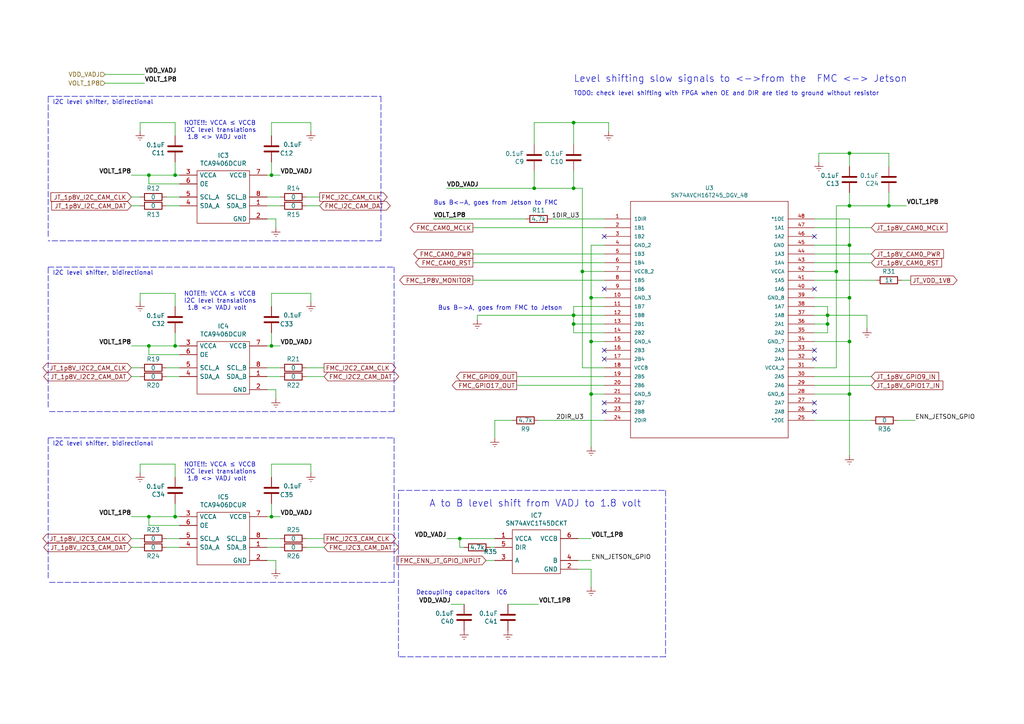
<source format=kicad_sch>
(kicad_sch (version 20211123) (generator eeschema)
  (paper "A4")
  (lib_symbols
    (symbol "FMC_MIPI_v2:C" (pin_numbers hide) (pin_names (offset 0.254))
      (property "Reference" "C" (at 0.635 2.54 0))
      (property "Value" "C" (at 0.635 -2.54 0))
      (symbol "C_0_1"
        (polyline (pts (xy -2.032 -0.762) (xy 2.032 -0.762)) (stroke (width 0.508)))
        (polyline (pts (xy -2.032 0.762) (xy 2.032 0.762)) (stroke (width 0.508)))
      )
      (symbol "C_1_1"
        (pin passive line (at 0 3.81 270) (length 2.794) (name "~") (number "1"))
        (pin passive line (at 0 -3.81 90) (length 2.794) (name "~") (number "2"))
      )
    )
    (symbol "FMC_MIPI_v2:Earth" (power) (pin_names (offset 0))
      (symbol "Earth_0_1"
        (polyline (pts (xy -0.635 -1.905) (xy 0.635 -1.905)))
        (polyline (pts (xy -0.127 -2.54) (xy 0.127 -2.54)))
        (polyline (pts (xy 0 -1.27) (xy 0 0)))
        (polyline (pts (xy 1.27 -1.27) (xy -1.27 -1.27)))
      )
      (symbol "Earth_1_1"
        (pin passive line (at 0 0 270) (length 0) hide (name "Earth") (number "1"))
      )
    )
    (symbol "FMC_MIPI_v2:R" (pin_numbers hide) (pin_names (offset 0))
      (property "Reference" "R" (at 2.032 0 90))
      (property "Value" "R" (at 0 0 90))
      (symbol "R_0_1"
        (rectangle (start -1.016 -2.54) (end 1.016 2.54) (stroke (width 0.254)))
      )
      (symbol "R_1_1"
        (pin passive line (at 0 3.81 270) (length 1.27) (name "~") (number "1"))
        (pin passive line (at 0 -3.81 90) (length 1.27) (name "~") (number "2"))
      )
    )
    (symbol "FMC_MIPI_v2:SN74AVC1T45DCKT" (pin_names (offset 0.762))
      (property "Reference" "IC" (at 24.13 7.62 0))
      (property "Value" "SN74AVC1T45DCKT" (at 24.13 5.08 0))
      (symbol "SN74AVC1T45DCKT_0_0"
        (pin passive line (at 3.81 0 0) (length 5.08) (name "VCCA") (number "1"))
        (pin passive line (at 27.94 -8.89 180) (length 5.08) (name "GND") (number "2"))
        (pin passive line (at 3.81 -6.35 0) (length 5.08) (name "A") (number "3"))
        (pin passive line (at 27.94 -6.35 180) (length 5.08) (name "B") (number "4"))
        (pin passive line (at 3.81 -2.54 0) (length 5.08) (name "DIR") (number "5"))
        (pin passive line (at 27.94 0 180) (length 5.08) (name "VCCB") (number "6"))
      )
      (symbol "SN74AVC1T45DCKT_0_1"
        (polyline (pts (xy 8.89 2.54) (xy 22.86 2.54) (xy 22.86 -10.16) (xy 15.24 -10.16) (xy 8.89 -10.16) (xy 8.89 2.54)) (stroke (width 0.1524)))
      )
    )
    (symbol "FMC_MIPI_v2:SN74AVCH16T245_DGV_48" (pin_names (offset 1.016))
      (property "Reference" "U" (at 25.7556 9.1186 0))
      (property "Value" "SN74AVCH16T245_DGV_48" (at 25.1206 6.5786 0))
      (symbol "SN74AVCH16T245_DGV_48_1_0"
        (polyline (pts (xy 7.62 -63.5) (xy 53.34 -63.5)))
        (polyline (pts (xy 7.62 5.08) (xy 7.62 -63.5)))
        (polyline (pts (xy 53.34 -63.5) (xy 53.34 5.08)))
        (polyline (pts (xy 53.34 5.08) (xy 7.62 5.08)))
      )
      (symbol "SN74AVCH16T245_DGV_48_1_1"
        (pin input line (at 0 0 0) (length 7.62) (name "1DIR") (number "1"))
        (pin bidirectional line (at 0 -22.86 0) (length 7.62) (name "GND_3") (number "10"))
        (pin bidirectional line (at 0 -25.4 0) (length 7.62) (name "1B7") (number "11"))
        (pin bidirectional line (at 0 -27.94 0) (length 7.62) (name "1B8") (number "12"))
        (pin bidirectional line (at 0 -30.48 0) (length 7.62) (name "2B1") (number "13"))
        (pin bidirectional line (at 0 -33.02 0) (length 7.62) (name "2B2") (number "14"))
        (pin bidirectional line (at 0 -35.56 0) (length 7.62) (name "GND_4") (number "15"))
        (pin bidirectional line (at 0 -38.1 0) (length 7.62) (name "2B3") (number "16"))
        (pin bidirectional line (at 0 -40.64 0) (length 7.62) (name "2B4") (number "17"))
        (pin power_in line (at 0 -43.18 0) (length 7.62) (name "VCCB") (number "18"))
        (pin bidirectional line (at 0 -45.72 0) (length 7.62) (name "2B5") (number "19"))
        (pin bidirectional line (at 0 -2.54 0) (length 7.62) (name "1B1") (number "2"))
        (pin bidirectional line (at 0 -48.26 0) (length 7.62) (name "2B6") (number "20"))
        (pin bidirectional line (at 0 -50.8 0) (length 7.62) (name "GND_5") (number "21"))
        (pin bidirectional line (at 0 -53.34 0) (length 7.62) (name "2B7") (number "22"))
        (pin bidirectional line (at 0 -55.88 0) (length 7.62) (name "2B8") (number "23"))
        (pin input line (at 0 -58.42 0) (length 7.62) (name "2DIR") (number "24"))
        (pin input line (at 60.96 -58.42 180) (length 7.62) (name "*2OE") (number "25"))
        (pin bidirectional line (at 60.96 -55.88 180) (length 7.62) (name "2A8") (number "26"))
        (pin bidirectional line (at 60.96 -53.34 180) (length 7.62) (name "2A7") (number "27"))
        (pin bidirectional line (at 60.96 -50.8 180) (length 7.62) (name "GND_6") (number "28"))
        (pin bidirectional line (at 60.96 -48.26 180) (length 7.62) (name "2A6") (number "29"))
        (pin bidirectional line (at 0 -5.08 0) (length 7.62) (name "1B2") (number "3"))
        (pin bidirectional line (at 60.96 -45.72 180) (length 7.62) (name "2A5") (number "30"))
        (pin power_in line (at 60.96 -43.18 180) (length 7.62) (name "VCCA_2") (number "31"))
        (pin bidirectional line (at 60.96 -40.64 180) (length 7.62) (name "2A4") (number "32"))
        (pin bidirectional line (at 60.96 -38.1 180) (length 7.62) (name "2A3") (number "33"))
        (pin bidirectional line (at 60.96 -35.56 180) (length 7.62) (name "GND_7") (number "34"))
        (pin bidirectional line (at 60.96 -33.02 180) (length 7.62) (name "2A2") (number "35"))
        (pin bidirectional line (at 60.96 -30.48 180) (length 7.62) (name "2A1") (number "36"))
        (pin bidirectional line (at 60.96 -27.94 180) (length 7.62) (name "1A8") (number "37"))
        (pin bidirectional line (at 60.96 -25.4 180) (length 7.62) (name "1A7") (number "38"))
        (pin bidirectional line (at 60.96 -22.86 180) (length 7.62) (name "GND_8") (number "39"))
        (pin bidirectional line (at 0 -7.62 0) (length 7.62) (name "GND_2") (number "4"))
        (pin bidirectional line (at 60.96 -20.32 180) (length 7.62) (name "1A6") (number "40"))
        (pin bidirectional line (at 60.96 -17.78 180) (length 7.62) (name "1A5") (number "41"))
        (pin power_in line (at 60.96 -15.24 180) (length 7.62) (name "VCCA") (number "42"))
        (pin bidirectional line (at 60.96 -12.7 180) (length 7.62) (name "1A4") (number "43"))
        (pin bidirectional line (at 60.96 -10.16 180) (length 7.62) (name "1A3") (number "44"))
        (pin bidirectional line (at 60.96 -7.62 180) (length 7.62) (name "GND") (number "45"))
        (pin bidirectional line (at 60.96 -5.08 180) (length 7.62) (name "1A2") (number "46"))
        (pin bidirectional line (at 60.96 -2.54 180) (length 7.62) (name "1A1") (number "47"))
        (pin input line (at 60.96 0 180) (length 7.62) (name "*1OE") (number "48"))
        (pin bidirectional line (at 0 -10.16 0) (length 7.62) (name "1B3") (number "5"))
        (pin bidirectional line (at 0 -12.7 0) (length 7.62) (name "1B4") (number "6"))
        (pin power_in line (at 0 -15.24 0) (length 7.62) (name "VCCB_2") (number "7"))
        (pin bidirectional line (at 0 -17.78 0) (length 7.62) (name "1B5") (number "8"))
        (pin bidirectional line (at 0 -20.32 0) (length 7.62) (name "1B6") (number "9"))
      )
    )
    (symbol "FMC_MIPI_v2:TCA9406DCUR" (pin_names (offset 0.762))
      (property "Reference" "IC" (at 26.67 7.62 0))
      (property "Value" "TCA9406DCUR" (at 26.67 5.08 0))
      (symbol "TCA9406DCUR_0_0"
        (pin passive line (at 30.48 -7.62 180) (length 5.08) (name "SDA_B") (number "1"))
        (pin passive line (at 30.48 -11.43 180) (length 5.08) (name "GND") (number "2"))
        (pin passive line (at 5.08 1.27 0) (length 5.08) (name "VCCA") (number "3"))
        (pin passive line (at 5.08 -7.62 0) (length 5.08) (name "SDA_A") (number "4"))
        (pin passive line (at 5.08 -5.08 0) (length 5.08) (name "SCL_A") (number "5"))
        (pin passive line (at 5.08 -1.27 0) (length 5.08) (name "OE") (number "6"))
        (pin passive line (at 30.48 1.27 180) (length 5.08) (name "VCCB") (number "7"))
        (pin passive line (at 30.48 -5.08 180) (length 5.08) (name "SCL_B") (number "8"))
      )
      (symbol "TCA9406DCUR_0_1"
        (polyline (pts (xy 10.16 2.54) (xy 25.4 2.54) (xy 25.4 -12.7) (xy 15.24 -12.7) (xy 10.16 -12.7) (xy 10.16 2.54)) (stroke (width 0.1524)))
      )
    )
  )
  (junction (at 171.45 86.36))
  (junction (at 166.37 91.44))
  (junction (at 166.37 35.56))
  (junction (at 246.38 86.36))
  (junction (at 240.03 91.44))
  (junction (at 257.81 59.69))
  (junction (at 154.94 54.61))
  (junction (at 240.03 93.98))
  (junction (at 50.8 100.33))
  (junction (at 78.74 50.8))
  (junction (at 50.8 50.8))
  (junction (at 78.74 149.86))
  (junction (at 246.38 44.45))
  (junction (at 246.38 114.3))
  (junction (at 50.8 149.86))
  (junction (at 43.18 100.33))
  (junction (at 133.35 156.21))
  (junction (at 171.45 114.3))
  (junction (at 166.37 54.61))
  (junction (at 78.74 100.33))
  (junction (at 246.38 59.69))
  (junction (at 246.38 71.12))
  (junction (at 246.38 99.06))
  (junction (at 171.45 99.06))
  (junction (at 43.18 149.86))
  (junction (at 168.91 78.74))
  (junction (at 242.57 78.74))
  (junction (at 166.37 93.98))
  (junction (at 43.18 50.8))
  (no_connect (at 236.22 83.82))
  (no_connect (at 175.26 104.14))
  (no_connect (at 236.22 104.14))
  (no_connect (at 236.22 116.84))
  (no_connect (at 236.22 68.58))
  (no_connect (at 175.26 68.58))
  (no_connect (at 236.22 119.38))
  (no_connect (at 175.26 119.38))
  (no_connect (at 175.26 83.82))
  (no_connect (at 175.26 101.6))
  (no_connect (at 175.26 116.84))
  (no_connect (at 236.22 101.6))
  (wire (pts (xy 154.94 49.53) (xy 154.94 54.61)))
  (wire (pts (xy 78.74 88.9) (xy 78.74 85.09)))
  (wire (pts (xy 78.74 134.62) (xy 90.17 134.62)))
  (wire (pts (xy 78.74 100.33) (xy 81.28 100.33)))
  (polyline (pts (xy 13.97 77.47) (xy 114.3 77.47)))
  (wire (pts (xy 152.4 63.5) (xy 125.73 63.5)))
  (wire (pts (xy 90.17 35.56) (xy 90.17 38.1)))
  (polyline (pts (xy 115.57 190.5) (xy 115.57 142.24)))
  (wire (pts (xy 166.37 93.98) (xy 166.37 96.52)))
  (polyline (pts (xy 110.49 69.85) (xy 13.97 69.85)))
  (wire (pts (xy 175.26 106.68) (xy 168.91 106.68)))
  (polyline (pts (xy 110.49 27.94) (xy 110.49 69.85)))
  (wire (pts (xy 242.57 106.68) (xy 242.57 78.74)))
  (wire (pts (xy 133.35 156.21) (xy 143.51 156.21)))
  (wire (pts (xy 240.03 96.52) (xy 236.22 96.52)))
  (wire (pts (xy 246.38 59.69) (xy 242.57 59.69)))
  (wire (pts (xy 171.45 71.12) (xy 171.45 86.36)))
  (wire (pts (xy 77.47 162.56) (xy 80.01 162.56)))
  (wire (pts (xy 236.22 71.12) (xy 246.38 71.12)))
  (wire (pts (xy 137.16 81.28) (xy 175.26 81.28)))
  (wire (pts (xy 171.45 99.06) (xy 171.45 114.3)))
  (wire (pts (xy 142.24 158.75) (xy 143.51 158.75)))
  (wire (pts (xy 246.38 55.88) (xy 246.38 59.69)))
  (wire (pts (xy 38.1 156.21) (xy 40.64 156.21)))
  (wire (pts (xy 43.18 53.34) (xy 43.18 50.8)))
  (wire (pts (xy 246.38 44.45) (xy 257.81 44.45)))
  (polyline (pts (xy 13.97 27.94) (xy 110.49 27.94)))
  (wire (pts (xy 88.9 158.75) (xy 93.98 158.75)))
  (wire (pts (xy 246.38 114.3) (xy 246.38 132.08)))
  (wire (pts (xy 175.26 114.3) (xy 171.45 114.3)))
  (wire (pts (xy 48.26 59.69) (xy 52.07 59.69)))
  (wire (pts (xy 43.18 50.8) (xy 50.8 50.8)))
  (wire (pts (xy 43.18 152.4) (xy 43.18 149.86)))
  (polyline (pts (xy 115.57 142.24) (xy 193.04 142.24)))
  (wire (pts (xy 133.35 158.75) (xy 133.35 156.21)))
  (wire (pts (xy 77.47 106.68) (xy 81.28 106.68)))
  (wire (pts (xy 77.47 100.33) (xy 78.74 100.33)))
  (wire (pts (xy 50.8 85.09) (xy 40.64 85.09)))
  (wire (pts (xy 246.38 86.36) (xy 246.38 99.06)))
  (wire (pts (xy 236.22 111.76) (xy 252.73 111.76)))
  (wire (pts (xy 149.86 111.76) (xy 175.26 111.76)))
  (wire (pts (xy 38.1 149.86) (xy 43.18 149.86)))
  (wire (pts (xy 88.9 109.22) (xy 93.98 109.22)))
  (wire (pts (xy 78.74 50.8) (xy 81.28 50.8)))
  (wire (pts (xy 78.74 39.37) (xy 78.74 35.56)))
  (wire (pts (xy 242.57 59.69) (xy 242.57 78.74)))
  (wire (pts (xy 236.22 88.9) (xy 240.03 88.9)))
  (wire (pts (xy 237.49 44.45) (xy 246.38 44.45)))
  (wire (pts (xy 48.26 57.15) (xy 52.07 57.15)))
  (wire (pts (xy 48.26 158.75) (xy 52.07 158.75)))
  (wire (pts (xy 80.01 113.03) (xy 80.01 115.57)))
  (wire (pts (xy 138.43 91.44) (xy 138.43 92.71)))
  (wire (pts (xy 168.91 78.74) (xy 168.91 106.68)))
  (wire (pts (xy 90.17 134.62) (xy 90.17 137.16)))
  (wire (pts (xy 175.26 71.12) (xy 171.45 71.12)))
  (wire (pts (xy 50.8 88.9) (xy 50.8 85.09)))
  (wire (pts (xy 175.26 93.98) (xy 166.37 93.98)))
  (polyline (pts (xy 193.04 142.24) (xy 193.04 190.5)))
  (wire (pts (xy 167.64 162.56) (xy 171.45 162.56)))
  (wire (pts (xy 236.22 109.22) (xy 252.73 109.22)))
  (wire (pts (xy 240.03 91.44) (xy 251.46 91.44)))
  (wire (pts (xy 77.47 149.86) (xy 78.74 149.86)))
  (wire (pts (xy 260.35 121.92) (xy 265.43 121.92)))
  (wire (pts (xy 246.38 71.12) (xy 246.38 86.36)))
  (wire (pts (xy 88.9 57.15) (xy 92.71 57.15)))
  (wire (pts (xy 175.26 88.9) (xy 166.37 88.9)))
  (wire (pts (xy 38.1 158.75) (xy 40.64 158.75)))
  (wire (pts (xy 166.37 49.53) (xy 166.37 54.61)))
  (wire (pts (xy 166.37 91.44) (xy 166.37 93.98)))
  (wire (pts (xy 30.48 24.13) (xy 41.91 24.13)))
  (wire (pts (xy 77.47 63.5) (xy 80.01 63.5)))
  (wire (pts (xy 143.51 121.92) (xy 143.51 127)))
  (wire (pts (xy 78.74 96.52) (xy 78.74 100.33)))
  (wire (pts (xy 246.38 63.5) (xy 246.38 71.12)))
  (wire (pts (xy 171.45 114.3) (xy 171.45 129.54)))
  (polyline (pts (xy 13.97 68.58) (xy 13.97 27.94)))
  (wire (pts (xy 50.8 39.37) (xy 50.8 35.56)))
  (wire (pts (xy 48.26 109.22) (xy 52.07 109.22)))
  (wire (pts (xy 236.22 114.3) (xy 246.38 114.3)))
  (wire (pts (xy 148.59 121.92) (xy 143.51 121.92)))
  (wire (pts (xy 77.47 158.75) (xy 81.28 158.75)))
  (polyline (pts (xy 114.3 168.91) (xy 13.97 168.91)))
  (wire (pts (xy 140.97 162.56) (xy 143.51 162.56)))
  (polyline (pts (xy 13.97 167.64) (xy 13.97 127)))
  (wire (pts (xy 90.17 85.09) (xy 90.17 87.63)))
  (wire (pts (xy 40.64 134.62) (xy 40.64 137.16)))
  (wire (pts (xy 166.37 54.61) (xy 168.91 54.61)))
  (wire (pts (xy 236.22 73.66) (xy 252.73 73.66)))
  (wire (pts (xy 261.62 81.28) (xy 264.16 81.28)))
  (wire (pts (xy 240.03 93.98) (xy 240.03 96.52)))
  (wire (pts (xy 236.22 93.98) (xy 240.03 93.98)))
  (wire (pts (xy 77.47 109.22) (xy 81.28 109.22)))
  (wire (pts (xy 130.81 175.26) (xy 134.62 175.26)))
  (wire (pts (xy 246.38 99.06) (xy 246.38 114.3)))
  (wire (pts (xy 38.1 109.22) (xy 40.64 109.22)))
  (wire (pts (xy 43.18 100.33) (xy 50.8 100.33)))
  (wire (pts (xy 50.8 46.99) (xy 50.8 50.8)))
  (wire (pts (xy 129.54 54.61) (xy 154.94 54.61)))
  (wire (pts (xy 175.26 91.44) (xy 166.37 91.44)))
  (wire (pts (xy 175.26 76.2) (xy 137.16 76.2)))
  (wire (pts (xy 149.86 109.22) (xy 175.26 109.22)))
  (wire (pts (xy 257.81 44.45) (xy 257.81 48.26)))
  (wire (pts (xy 237.49 46.99) (xy 237.49 44.45)))
  (wire (pts (xy 166.37 91.44) (xy 138.43 91.44)))
  (wire (pts (xy 52.07 152.4) (xy 43.18 152.4)))
  (polyline (pts (xy 114.3 119.38) (xy 13.97 119.38)))
  (wire (pts (xy 77.47 50.8) (xy 78.74 50.8)))
  (wire (pts (xy 251.46 91.44) (xy 251.46 95.25)))
  (wire (pts (xy 38.1 50.8) (xy 43.18 50.8)))
  (wire (pts (xy 171.45 165.1) (xy 171.45 170.18)))
  (wire (pts (xy 78.74 46.99) (xy 78.74 50.8)))
  (polyline (pts (xy 13.97 127) (xy 114.3 127)))
  (wire (pts (xy 43.18 102.87) (xy 43.18 100.33)))
  (wire (pts (xy 77.47 156.21) (xy 81.28 156.21)))
  (wire (pts (xy 77.47 59.69) (xy 81.28 59.69)))
  (wire (pts (xy 50.8 50.8) (xy 52.07 50.8)))
  (wire (pts (xy 52.07 53.34) (xy 43.18 53.34)))
  (polyline (pts (xy 114.3 77.47) (xy 114.3 119.38)))
  (wire (pts (xy 40.64 35.56) (xy 40.64 38.1)))
  (wire (pts (xy 236.22 121.92) (xy 252.73 121.92)))
  (polyline (pts (xy 13.97 118.11) (xy 13.97 77.47)))
  (wire (pts (xy 236.22 86.36) (xy 246.38 86.36)))
  (wire (pts (xy 88.9 59.69) (xy 92.71 59.69)))
  (wire (pts (xy 38.1 100.33) (xy 43.18 100.33)))
  (wire (pts (xy 137.16 73.66) (xy 175.26 73.66)))
  (wire (pts (xy 168.91 54.61) (xy 168.91 78.74)))
  (wire (pts (xy 167.64 165.1) (xy 171.45 165.1)))
  (wire (pts (xy 236.22 99.06) (xy 246.38 99.06)))
  (wire (pts (xy 50.8 35.56) (xy 40.64 35.56)))
  (wire (pts (xy 262.89 59.69) (xy 257.81 59.69)))
  (wire (pts (xy 171.45 86.36) (xy 171.45 99.06)))
  (wire (pts (xy 48.26 156.21) (xy 52.07 156.21)))
  (wire (pts (xy 240.03 91.44) (xy 240.03 93.98)))
  (wire (pts (xy 40.64 85.09) (xy 40.64 87.63)))
  (wire (pts (xy 77.47 113.03) (xy 80.01 113.03)))
  (wire (pts (xy 38.1 59.69) (xy 40.64 59.69)))
  (wire (pts (xy 176.53 35.56) (xy 176.53 38.1)))
  (wire (pts (xy 137.16 66.04) (xy 175.26 66.04)))
  (wire (pts (xy 38.1 57.15) (xy 40.64 57.15)))
  (wire (pts (xy 168.91 78.74) (xy 175.26 78.74)))
  (wire (pts (xy 236.22 76.2) (xy 252.73 76.2)))
  (wire (pts (xy 246.38 48.26) (xy 246.38 44.45)))
  (wire (pts (xy 236.22 91.44) (xy 240.03 91.44)))
  (wire (pts (xy 154.94 54.61) (xy 166.37 54.61)))
  (wire (pts (xy 236.22 106.68) (xy 242.57 106.68)))
  (wire (pts (xy 30.48 21.59) (xy 41.91 21.59)))
  (wire (pts (xy 50.8 138.43) (xy 50.8 134.62)))
  (wire (pts (xy 78.74 138.43) (xy 78.74 134.62)))
  (wire (pts (xy 154.94 41.91) (xy 154.94 35.56)))
  (wire (pts (xy 257.81 59.69) (xy 246.38 59.69)))
  (wire (pts (xy 50.8 96.52) (xy 50.8 100.33)))
  (wire (pts (xy 88.9 156.21) (xy 93.98 156.21)))
  (wire (pts (xy 78.74 35.56) (xy 90.17 35.56)))
  (wire (pts (xy 77.47 57.15) (xy 81.28 57.15)))
  (wire (pts (xy 166.37 96.52) (xy 175.26 96.52)))
  (wire (pts (xy 154.94 35.56) (xy 166.37 35.56)))
  (wire (pts (xy 175.26 99.06) (xy 171.45 99.06)))
  (wire (pts (xy 134.62 158.75) (xy 133.35 158.75)))
  (wire (pts (xy 43.18 149.86) (xy 50.8 149.86)))
  (wire (pts (xy 156.21 175.26) (xy 147.32 175.26)))
  (wire (pts (xy 50.8 134.62) (xy 40.64 134.62)))
  (wire (pts (xy 236.22 63.5) (xy 246.38 63.5)))
  (wire (pts (xy 38.1 106.68) (xy 40.64 106.68)))
  (wire (pts (xy 129.54 156.21) (xy 133.35 156.21)))
  (polyline (pts (xy 193.04 190.5) (xy 115.57 190.5)))
  (wire (pts (xy 236.22 66.04) (xy 252.73 66.04)))
  (wire (pts (xy 240.03 88.9) (xy 240.03 91.44)))
  (wire (pts (xy 257.81 55.88) (xy 257.81 59.69)))
  (wire (pts (xy 78.74 85.09) (xy 90.17 85.09)))
  (wire (pts (xy 166.37 35.56) (xy 176.53 35.56)))
  (wire (pts (xy 50.8 100.33) (xy 52.07 100.33)))
  (wire (pts (xy 160.02 63.5) (xy 175.26 63.5)))
  (wire (pts (xy 242.57 78.74) (xy 236.22 78.74)))
  (wire (pts (xy 50.8 146.05) (xy 50.8 149.86)))
  (wire (pts (xy 78.74 146.05) (xy 78.74 149.86)))
  (wire (pts (xy 50.8 149.86) (xy 52.07 149.86)))
  (wire (pts (xy 78.74 149.86) (xy 81.28 149.86)))
  (wire (pts (xy 236.22 81.28) (xy 254 81.28)))
  (polyline (pts (xy 114.3 127) (xy 114.3 168.91)))
  (wire (pts (xy 52.07 102.87) (xy 43.18 102.87)))
  (wire (pts (xy 48.26 106.68) (xy 52.07 106.68)))
  (wire (pts (xy 175.26 86.36) (xy 171.45 86.36)))
  (wire (pts (xy 156.21 121.92) (xy 175.26 121.92)))
  (wire (pts (xy 80.01 63.5) (xy 80.01 66.04)))
  (wire (pts (xy 88.9 106.68) (xy 93.98 106.68)))
  (wire (pts (xy 166.37 41.91) (xy 166.37 35.56)))
  (wire (pts (xy 167.64 156.21) (xy 171.45 156.21)))
  (wire (pts (xy 166.37 88.9) (xy 166.37 91.44)))
  (wire (pts (xy 80.01 162.56) (xy 80.01 165.1)))
  (text "Decoupling capacitors  IC6" (at 120.65 172.72 0) (effects (font (size 1.27 1.27)) (justify left bottom)))
  (text "TODO: check level shifting with FPGA when OE and DIR are tied to ground without resistor" (at 166.37 27.94 0) (effects (font (size 1.27 1.27)) (justify left bottom)))
  (text "A to B level shift from VADJ to 1.8 volt" (at 124.46 147.32 0) (effects (font (size 2.0066 2.0066)) (justify left bottom)))
  (text "NOTE!!: VCCA ≤ VCCB \nI2C level translations\n 1.8 <> VADJ volt" (at 53.34 139.7 0) (effects (font (size 1.27 1.27)) (justify left bottom)))
  (text "I2C level shifter, bidirectional" (at 15.24 30.48 0) (effects (font (size 1.27 1.27)) (justify left bottom)))
  (text "Bus B->A, goes from FMC to Jetson" (at 127 90.17 0) (effects (font (size 1.27 1.27)) (justify left bottom)))
  (text "I2C level shifter, bidirectional" (at 15.24 129.54 0) (effects (font (size 1.27 1.27)) (justify left bottom)))
  (text "NOTE!!: VCCA ≤ VCCB \nI2C level translations\n 1.8 <> VADJ volt" (at 53.34 40.64 0) (effects (font (size 1.27 1.27)) (justify left bottom)))
  (text "Bus B<-A, goes from Jetson to FMC " (at 125.73 59.69 0) (effects (font (size 1.27 1.27)) (justify left bottom)))
  (text "I2C level shifter, bidirectional" (at 15.24 80.01 0) (effects (font (size 1.27 1.27)) (justify left bottom)))
  (text "NOTE!!: VCCA ≤ VCCB \nI2C level translations\n 1.8 <> VADJ volt" (at 53.34 90.17 0) (effects (font (size 1.27 1.27)) (justify left bottom)))
  (text "Level shifting slow signals to <->from the  FMC <-> Jetson" (at 166.37 24.13 0) (effects (font (size 2.0066 2.0066)) (justify left bottom)))
  (label "VDD_VADJ" (at 130.81 175.26 180) (effects (font (thickness 0.254) bold)))
  (label "VDD_VADJ" (at 81.28 100.33 0) (effects (font (thickness 0.254) bold)))
  (label "ENN_JETSON_GPIO" (at 171.45 162.56 0))
  (label "VOLT_1P8" (at 38.1 100.33 180) (effects (font (thickness 0.254) bold)))
  (label "VDD_VADJ" (at 41.91 21.59 0) (effects (font (thickness 0.254) bold)))
  (label "VOLT_1P8" (at 262.89 59.69 0) (effects (font (thickness 0.254) bold)))
  (label "VDD_VADJ" (at 81.28 50.8 0) (effects (font (thickness 0.254) bold)))
  (label "VOLT_1P8" (at 38.1 149.86 180) (effects (font (thickness 0.254) bold)))
  (label "VDD_VADJ" (at 81.28 149.86 0) (effects (font (thickness 0.254) bold)))
  (label "2DIR_U3" (at 161.29 121.92 0))
  (label "ENN_JETSON_GPIO" (at 265.43 121.92 0))
  (label "1DIR_U3" (at 160.02 63.5 0))
  (label "VOLT_1P8" (at 38.1 50.8 180) (effects (font (thickness 0.254) bold)))
  (label "VOLT_1P8" (at 41.91 24.13 0) (effects (font (thickness 0.254) bold)))
  (label "VOLT_1P8" (at 156.21 175.26 0) (effects (font (thickness 0.254) bold)))
  (label "VDD_VADJ" (at 129.54 54.61 0) (effects (font (thickness 0.254) bold)))
  (label "VOLT_1P8" (at 171.45 156.21 0) (effects (font (thickness 0.254) bold)))
  (label "VDD_VADJ" (at 129.54 156.21 180) (effects (font (thickness 0.254) bold)))
  (label "VOLT_1P8" (at 125.73 63.5 0) (effects (font (thickness 0.254) bold)))
  (global_label "JT_1p8V_CAM0_RST" (shape input) (at 252.73 76.2 0) (property "Intersheet References" "${INTERSHEET_REFS}" (effects hide)))
  (global_label "FMC_I2C3_CAM_CLK" (shape output) (at 93.98 156.21 0) (property "Intersheet References" "${INTERSHEET_REFS}" (effects hide)))
  (global_label "JT_1p8V_I2C_CAM_DAT" (shape input) (at 38.1 59.69 180) (property "Intersheet References" "${INTERSHEET_REFS}" (effects hide)))
  (global_label "FMC_CAM0_MCLK" (shape output) (at 137.16 66.04 180) (property "Intersheet References" "${INTERSHEET_REFS}" (effects hide)))
  (global_label "FMC_ENN_JT_GPIO_INPUT" (shape input) (at 140.97 162.56 180) (property "Intersheet References" "${INTERSHEET_REFS}" (effects hide)))
  (global_label "JT_1p8V_CAM0_PWR" (shape input) (at 252.73 73.66 0) (property "Intersheet References" "${INTERSHEET_REFS}" (effects hide)))
  (global_label "FMC_1P8V_MONITOR" (shape output) (at 137.16 81.28 180) (property "Intersheet References" "${INTERSHEET_REFS}" (effects hide)))
  (global_label "FMC_I2C3_CAM_DAT" (shape bidirectional) (at 93.98 158.75 0) (property "Intersheet References" "${INTERSHEET_REFS}" (effects hide)))
  (global_label "FMC_GPIO9_OUT" (shape output) (at 149.86 109.22 180) (property "Intersheet References" "${INTERSHEET_REFS}" (effects hide)))
  (global_label "JT_VDD_1V8" (shape output) (at 264.16 81.28 0) (property "Intersheet References" "${INTERSHEET_REFS}" (effects hide)))
  (global_label "JT_1p8V_I2C2_CAM_DAT" (shape bidirectional) (at 38.1 109.22 180) (property "Intersheet References" "${INTERSHEET_REFS}" (effects hide)))
  (global_label "FMC_I2C2_CAM_DAT" (shape bidirectional) (at 93.98 109.22 0) (property "Intersheet References" "${INTERSHEET_REFS}" (effects hide)))
  (global_label "JT_1p8V_I2C_CAM_CLK" (shape input) (at 38.1 57.15 180) (property "Intersheet References" "${INTERSHEET_REFS}" (effects hide)))
  (global_label "FMC_I2C_CAM_DAT" (shape bidirectional) (at 92.71 59.69 0) (property "Intersheet References" "${INTERSHEET_REFS}" (effects hide)))
  (global_label "JT_1p8V_CAM0_MCLK" (shape input) (at 252.73 66.04 0) (property "Intersheet References" "${INTERSHEET_REFS}" (effects hide)))
  (global_label "JT_1p8V_I2C2_CAM_CLK" (shape bidirectional) (at 38.1 106.68 180) (property "Intersheet References" "${INTERSHEET_REFS}" (effects hide)))
  (global_label "FMC_CAM0_PWR" (shape output) (at 137.16 73.66 180) (property "Intersheet References" "${INTERSHEET_REFS}" (effects hide)))
  (global_label "JT_1p8V_I2C3_CAM_DAT" (shape bidirectional) (at 38.1 158.75 180) (property "Intersheet References" "${INTERSHEET_REFS}" (effects hide)))
  (global_label "FMC_CAM0_RST" (shape output) (at 137.16 76.2 180) (property "Intersheet References" "${INTERSHEET_REFS}" (effects hide)))
  (global_label "FMC_GPIO17_OUT" (shape output) (at 149.86 111.76 180) (property "Intersheet References" "${INTERSHEET_REFS}" (effects hide)))
  (global_label "JT_1p8V_GPIO17_IN" (shape input) (at 252.73 111.76 0) (property "Intersheet References" "${INTERSHEET_REFS}" (effects hide)))
  (global_label "FMC_I2C_CAM_CLK" (shape output) (at 92.71 57.15 0) (property "Intersheet References" "${INTERSHEET_REFS}" (effects hide)))
  (global_label "JT_1p8V_GPIO9_IN" (shape input) (at 252.73 109.22 0) (property "Intersheet References" "${INTERSHEET_REFS}" (effects hide)))
  (global_label "FMC_I2C2_CAM_CLK" (shape output) (at 93.98 106.68 0) (property "Intersheet References" "${INTERSHEET_REFS}" (effects hide)))
  (global_label "JT_1p8V_I2C3_CAM_CLK" (shape bidirectional) (at 38.1 156.21 180) (property "Intersheet References" "${INTERSHEET_REFS}" (effects hide)))
  (hierarchical_label "VOLT_1P8" (shape input) (at 30.48 24.13 180))
  (hierarchical_label "VDD_VADJ" (shape input) (at 30.48 21.59 180))
  (symbol (lib_id "FMC_MIPI_v2:R") (at 44.45 57.15 90) (mirror x) (unit 1)
    (property "Reference" "R12" (at 44.45 54.61 90))
    (property "Value" "0" (at 44.45 57.15 90))
    (property "Footprint" "Resistors_SMD:R_0805" (effects hide))
    (property "Datasheet" "https://www.mouser.com/ProductDetail/YAGEO/RC0805JR-070RL?qs=3ldFlDWnkKyEhdaPjQHEFA%3D%3D" (effects hide))
    (property "Tolerance" "5%" (effects hide))
    (property "Power" "1/8W" (effects hide))
    (property "Part Number" "RC0805JR-070RL" (effects hide))
  )
  (symbol (lib_id "FMC_MIPI_v2:R") (at 85.09 57.15 90) (mirror x) (unit 1)
    (property "Reference" "R14" (at 85.09 54.61 90))
    (property "Value" "0" (at 85.09 57.15 90))
    (property "Footprint" "Resistors_SMD:R_0805" (effects hide))
    (property "Datasheet" "https://www.mouser.com/ProductDetail/YAGEO/RC0805JR-070RL?qs=3ldFlDWnkKyEhdaPjQHEFA%3D%3D" (effects hide))
    (property "Tolerance" "5%" (effects hide))
    (property "Power" "1/8W" (effects hide))
    (property "Part Number" "RC0805JR-070RL" (effects hide))
  )
  (symbol (lib_id "FMC_MIPI_v2:R") (at 44.45 59.69 90) (mirror x) (unit 1)
    (property "Reference" "R13" (at 44.45 62.23 90))
    (property "Value" "0" (at 44.45 59.69 90))
    (property "Footprint" "Resistors_SMD:R_0805" (effects hide))
    (property "Datasheet" "https://www.mouser.com/ProductDetail/YAGEO/RC0805JR-070RL?qs=3ldFlDWnkKyEhdaPjQHEFA%3D%3D" (effects hide))
    (property "Tolerance" "5%" (effects hide))
    (property "Power" "1/8W" (effects hide))
    (property "Part Number" "RC0805JR-070RL" (effects hide))
  )
  (symbol (lib_id "FMC_MIPI_v2:R") (at 85.09 59.69 90) (mirror x) (unit 1)
    (property "Reference" "R15" (at 85.09 62.23 90))
    (property "Value" "0" (at 85.09 59.69 90))
    (property "Footprint" "Resistors_SMD:R_0805" (effects hide))
    (property "Datasheet" "https://www.mouser.com/ProductDetail/YAGEO/RC0805JR-070RL?qs=3ldFlDWnkKyEhdaPjQHEFA%3D%3D" (effects hide))
    (property "Tolerance" "5%" (effects hide))
    (property "Power" "1/8W" (effects hide))
    (property "Part Number" "RC0805JR-070RL" (effects hide))
  )
  (symbol (lib_id "FMC_MIPI_v2:TCA9406DCUR") (at 46.99 52.07 0) (unit 1)
    (property "Reference" "IC3" (at 64.77 45.085 0))
    (property "Value" "TCA9406DCUR" (at 64.77 47.3964 0))
    (property "Footprint" "SOP50P310X90-8N" (effects hide))
    (property "Datasheet" "http://www.ti.com/lit/ds/symlink/tca9406.pdf" (effects hide))
    (property "Description" "2-Bit Bidirectional 1-MHz I2C Bus and SMBus Voltage-Level Shifter" (effects hide))
    (property "Height" "0.9" (effects hide))
    (property "Mouser Part Number" "595-TCA9406DCUR" (effects hide))
    (property "Mouser Price/Stock" "https://www.mouser.co.uk/ProductDetail/Texas-Instruments/TCA9406DCUR?qs=Ze4%2FuFuz19JoG7CJtrwdKQ%3D%3D" (effects hide))
    (property "Manufacturer_Name" "Texas Instruments" (effects hide))
    (property "Manufacturer_Part_Number" "TCA9406DCUR" (effects hide))
  )
  (symbol (lib_id "FMC_MIPI_v2:Earth") (at 80.01 66.04 0) (unit 1)
    (property "Reference" "#PWR0141" (effects hide))
    (property "Value" "Earth" (effects hide))
  )
  (symbol (lib_id "FMC_MIPI_v2:C") (at 78.74 43.18 180) (unit 1)
    (property "Reference" "C12" (at 85.09 44.45 0) (effects (justify left)))
    (property "Value" "0.1uF" (at 87.63 41.91 0) (effects (justify left)))
    (property "Footprint" "Capacitors_SMD:C_0402" (effects hide))
    (property "Datasheet" "http://www.mouser.co.il/ProductDetail/Taiyo-Yuden/TMK105BJ104KV-F/?qs=PzICbMaShUcuRhf9Ji%2f5mA==" (effects hide))
    (property "Part Number" "TMK105BJ104KV-F" (effects hide))
    (property "Tolerance" "10%" (effects hide))
    (property "Voltage" "25V" (effects hide))
  )
  (symbol (lib_id "FMC_MIPI_v2:C") (at 50.8 43.18 180) (unit 1)
    (property "Reference" "C11" (at 47.879 44.3484 0) (effects (justify left)))
    (property "Value" "0.1uF" (at 47.879 42.037 0) (effects (justify left)))
    (property "Footprint" "Capacitors_SMD:C_0402" (effects hide))
    (property "Datasheet" "http://www.mouser.co.il/ProductDetail/Taiyo-Yuden/TMK105BJ104KV-F/?qs=PzICbMaShUcuRhf9Ji%2f5mA==" (effects hide))
    (property "Part Number" "TMK105BJ104KV-F" (effects hide))
    (property "Tolerance" "10%" (effects hide))
    (property "Voltage" "25V" (effects hide))
  )
  (symbol (lib_id "FMC_MIPI_v2:Earth") (at 90.17 38.1 0) (unit 1)
    (property "Reference" "#PWR0142" (effects hide))
    (property "Value" "Earth" (effects hide))
  )
  (symbol (lib_id "FMC_MIPI_v2:Earth") (at 40.64 38.1 0) (unit 1)
    (property "Reference" "#PWR0143" (effects hide))
    (property "Value" "Earth" (effects hide))
  )
  (symbol (lib_id "FMC_MIPI_v2:Earth") (at 237.49 46.99 0) (unit 1)
    (property "Reference" "#PWR0137" (effects hide))
    (property "Value" "Earth" (effects hide))
  )
  (symbol (lib_id "FMC_MIPI_v2:Earth") (at 176.53 38.1 0) (unit 1)
    (property "Reference" "#PWR0147" (effects hide))
    (property "Value" "Earth" (effects hide))
  )
  (symbol (lib_id "FMC_MIPI_v2:Earth") (at 138.43 92.71 0) (unit 1)
    (property "Reference" "#PWR0148" (effects hide))
    (property "Value" "Earth" (effects hide))
  )
  (symbol (lib_id "FMC_MIPI_v2:C") (at 166.37 45.72 180) (unit 1)
    (property "Reference" "C10" (at 163.449 46.8884 0) (effects (justify left)))
    (property "Value" "0.1uF" (at 163.449 44.577 0) (effects (justify left)))
    (property "Footprint" "Capacitors_SMD:C_0402" (effects hide))
    (property "Datasheet" "http://www.mouser.co.il/ProductDetail/Taiyo-Yuden/TMK105BJ104KV-F/?qs=PzICbMaShUcuRhf9Ji%2f5mA==" (effects hide))
    (property "Part Number" "TMK105BJ104KV-F" (effects hide))
    (property "Tolerance" "10%" (effects hide))
    (property "Voltage" "25V" (effects hide))
  )
  (symbol (lib_id "FMC_MIPI_v2:C") (at 154.94 45.72 180) (unit 1)
    (property "Reference" "C9" (at 152.019 46.8884 0) (effects (justify left)))
    (property "Value" "0.1uF" (at 152.019 44.577 0) (effects (justify left)))
    (property "Footprint" "Capacitors_SMD:C_0402" (effects hide))
    (property "Datasheet" "http://www.mouser.co.il/ProductDetail/Taiyo-Yuden/TMK105BJ104KV-F/?qs=PzICbMaShUcuRhf9Ji%2f5mA==" (effects hide))
    (property "Part Number" "TMK105BJ104KV-F" (effects hide))
    (property "Tolerance" "10%" (effects hide))
    (property "Voltage" "25V" (effects hide))
  )
  (symbol (lib_id "FMC_MIPI_v2:C") (at 257.81 52.07 180) (unit 1)
    (property "Reference" "C24" (at 254.889 53.2384 0) (effects (justify left)))
    (property "Value" "0.1uF" (at 254.889 50.927 0) (effects (justify left)))
    (property "Footprint" "Capacitors_SMD:C_0402" (effects hide))
    (property "Datasheet" "http://www.mouser.co.il/ProductDetail/Taiyo-Yuden/TMK105BJ104KV-F/?qs=PzICbMaShUcuRhf9Ji%2f5mA==" (effects hide))
    (property "Part Number" "TMK105BJ104KV-F" (effects hide))
    (property "Tolerance" "10%" (effects hide))
    (property "Voltage" "25V" (effects hide))
  )
  (symbol (lib_id "FMC_MIPI_v2:C") (at 246.38 52.07 180) (unit 1)
    (property "Reference" "C13" (at 243.459 53.2384 0) (effects (justify left)))
    (property "Value" "0.1uF" (at 243.459 50.927 0) (effects (justify left)))
    (property "Footprint" "Capacitors_SMD:C_0402" (effects hide))
    (property "Datasheet" "http://www.mouser.co.il/ProductDetail/Taiyo-Yuden/TMK105BJ104KV-F/?qs=PzICbMaShUcuRhf9Ji%2f5mA==" (effects hide))
    (property "Part Number" "TMK105BJ104KV-F" (effects hide))
    (property "Tolerance" "10%" (effects hide))
    (property "Voltage" "25V" (effects hide))
  )
  (symbol (lib_id "FMC_MIPI_v2:SN74AVCH16T245_DGV_48") (at 175.26 63.5 0) (unit 1)
    (property "Reference" "U3" (at 205.74 54.5084 0) (effects (font (size 1.143 1.143))))
    (property "Value" "SN74AVCH16T245_DGV_48" (at 205.74 56.642 0) (effects (font (size 1.143 1.143))))
    (property "Footprint" "FMC_MIPI_v2_sym:DGV48" (effects hide))
  )
  (symbol (lib_id "FMC_MIPI_v2:Earth") (at 171.45 129.54 0) (unit 1)
    (property "Reference" "#PWR0138" (effects hide))
    (property "Value" "Earth" (effects hide))
  )
  (symbol (lib_id "FMC_MIPI_v2:Earth") (at 246.38 132.08 0) (unit 1)
    (property "Reference" "#PWR0139" (effects hide))
    (property "Value" "Earth" (effects hide))
  )
  (symbol (lib_id "FMC_MIPI_v2:Earth") (at 251.46 95.25 0) (unit 1)
    (property "Reference" "#PWR0145" (effects hide))
    (property "Value" "Earth" (effects hide))
  )
  (symbol (lib_id "FMC_MIPI_v2:Earth") (at 143.51 127 0) (unit 1)
    (property "Reference" "#PWR0146" (effects hide))
    (property "Value" "Earth" (effects hide))
  )
  (symbol (lib_id "FMC_MIPI_v2:TCA9406DCUR") (at 46.99 101.6 0) (unit 1)
    (property "Reference" "IC4" (at 64.77 94.615 0))
    (property "Value" "TCA9406DCUR" (at 64.77 96.9264 0))
    (property "Footprint" "SOP50P310X90-8N" (effects hide))
    (property "Datasheet" "http://www.ti.com/lit/ds/symlink/tca9406.pdf" (effects hide))
    (property "Description" "2-Bit Bidirectional 1-MHz I2C Bus and SMBus Voltage-Level Shifter" (effects hide))
    (property "Height" "0.9" (effects hide))
    (property "Mouser Part Number" "595-TCA9406DCUR" (effects hide))
    (property "Mouser Price/Stock" "https://www.mouser.co.uk/ProductDetail/Texas-Instruments/TCA9406DCUR?qs=Ze4%2FuFuz19JoG7CJtrwdKQ%3D%3D" (effects hide))
    (property "Manufacturer_Name" "Texas Instruments" (effects hide))
    (property "Manufacturer_Part_Number" "TCA9406DCUR" (effects hide))
  )
  (symbol (lib_id "FMC_MIPI_v2:Earth") (at 80.01 115.57 0) (unit 1)
    (property "Reference" "#PWR0155" (effects hide))
    (property "Value" "Earth" (effects hide))
  )
  (symbol (lib_id "FMC_MIPI_v2:C") (at 78.74 92.71 180) (unit 1)
    (property "Reference" "C33" (at 85.09 93.98 0) (effects (justify left)))
    (property "Value" "0.1uF" (at 87.63 91.44 0) (effects (justify left)))
    (property "Footprint" "Capacitors_SMD:C_0402" (effects hide))
    (property "Datasheet" "http://www.mouser.co.il/ProductDetail/Taiyo-Yuden/TMK105BJ104KV-F/?qs=PzICbMaShUcuRhf9Ji%2f5mA==" (effects hide))
    (property "Part Number" "TMK105BJ104KV-F" (effects hide))
    (property "Tolerance" "10%" (effects hide))
    (property "Voltage" "25V" (effects hide))
  )
  (symbol (lib_id "FMC_MIPI_v2:C") (at 50.8 92.71 180) (unit 1)
    (property "Reference" "C32" (at 47.879 93.8784 0) (effects (justify left)))
    (property "Value" "0.1uF" (at 47.879 91.567 0) (effects (justify left)))
    (property "Footprint" "Capacitors_SMD:C_0402" (effects hide))
    (property "Datasheet" "http://www.mouser.co.il/ProductDetail/Taiyo-Yuden/TMK105BJ104KV-F/?qs=PzICbMaShUcuRhf9Ji%2f5mA==" (effects hide))
    (property "Part Number" "TMK105BJ104KV-F" (effects hide))
    (property "Tolerance" "10%" (effects hide))
    (property "Voltage" "25V" (effects hide))
  )
  (symbol (lib_id "FMC_MIPI_v2:Earth") (at 90.17 87.63 0) (unit 1)
    (property "Reference" "#PWR0156" (effects hide))
    (property "Value" "Earth" (effects hide))
  )
  (symbol (lib_id "FMC_MIPI_v2:Earth") (at 40.64 87.63 0) (unit 1)
    (property "Reference" "#PWR0157" (effects hide))
    (property "Value" "Earth" (effects hide))
  )
  (symbol (lib_id "FMC_MIPI_v2:R") (at 44.45 106.68 90) (mirror x) (unit 1)
    (property "Reference" "R19" (at 44.45 104.14 90))
    (property "Value" "0" (at 44.45 106.68 90))
    (property "Footprint" "Resistors_SMD:R_0805" (effects hide))
    (property "Datasheet" "https://www.mouser.com/ProductDetail/YAGEO/RC0805JR-070RL?qs=3ldFlDWnkKyEhdaPjQHEFA%3D%3D" (effects hide))
    (property "Tolerance" "5%" (effects hide))
    (property "Power" "1/8W" (effects hide))
    (property "Part Number" "RC0805JR-070RL" (effects hide))
  )
  (symbol (lib_id "FMC_MIPI_v2:R") (at 85.09 106.68 90) (mirror x) (unit 1)
    (property "Reference" "R21" (at 85.09 104.14 90))
    (property "Value" "0" (at 85.09 106.68 90))
    (property "Footprint" "Resistors_SMD:R_0805" (effects hide))
    (property "Datasheet" "https://www.mouser.com/ProductDetail/YAGEO/RC0805JR-070RL?qs=3ldFlDWnkKyEhdaPjQHEFA%3D%3D" (effects hide))
    (property "Tolerance" "5%" (effects hide))
    (property "Power" "1/8W" (effects hide))
    (property "Part Number" "RC0805JR-070RL" (effects hide))
  )
  (symbol (lib_id "FMC_MIPI_v2:R") (at 44.45 109.22 90) (mirror x) (unit 1)
    (property "Reference" "R20" (at 44.45 111.76 90))
    (property "Value" "0" (at 44.45 109.22 90))
    (property "Footprint" "Resistors_SMD:R_0805" (effects hide))
    (property "Datasheet" "https://www.mouser.com/ProductDetail/YAGEO/RC0805JR-070RL?qs=3ldFlDWnkKyEhdaPjQHEFA%3D%3D" (effects hide))
    (property "Tolerance" "5%" (effects hide))
    (property "Power" "1/8W" (effects hide))
    (property "Part Number" "RC0805JR-070RL" (effects hide))
  )
  (symbol (lib_id "FMC_MIPI_v2:R") (at 85.09 109.22 90) (mirror x) (unit 1)
    (property "Reference" "R22" (at 85.09 111.76 90))
    (property "Value" "0" (at 85.09 109.22 90))
    (property "Footprint" "Resistors_SMD:R_0805" (effects hide))
    (property "Datasheet" "https://www.mouser.com/ProductDetail/YAGEO/RC0805JR-070RL?qs=3ldFlDWnkKyEhdaPjQHEFA%3D%3D" (effects hide))
    (property "Tolerance" "5%" (effects hide))
    (property "Power" "1/8W" (effects hide))
    (property "Part Number" "RC0805JR-070RL" (effects hide))
  )
  (symbol (lib_id "FMC_MIPI_v2:TCA9406DCUR") (at 46.99 151.13 0) (unit 1)
    (property "Reference" "IC5" (at 64.77 144.145 0))
    (property "Value" "TCA9406DCUR" (at 64.77 146.4564 0))
    (property "Footprint" "SOP50P310X90-8N" (effects hide))
    (property "Datasheet" "http://www.ti.com/lit/ds/symlink/tca9406.pdf" (effects hide))
    (property "Description" "2-Bit Bidirectional 1-MHz I2C Bus and SMBus Voltage-Level Shifter" (effects hide))
    (property "Height" "0.9" (effects hide))
    (property "Mouser Part Number" "595-TCA9406DCUR" (effects hide))
    (property "Mouser Price/Stock" "https://www.mouser.co.uk/ProductDetail/Texas-Instruments/TCA9406DCUR?qs=Ze4%2FuFuz19JoG7CJtrwdKQ%3D%3D" (effects hide))
    (property "Manufacturer_Name" "Texas Instruments" (effects hide))
    (property "Manufacturer_Part_Number" "TCA9406DCUR" (effects hide))
  )
  (symbol (lib_id "FMC_MIPI_v2:Earth") (at 80.01 165.1 0) (unit 1)
    (property "Reference" "#PWR0158" (effects hide))
    (property "Value" "Earth" (effects hide))
  )
  (symbol (lib_id "FMC_MIPI_v2:C") (at 78.74 142.24 180) (unit 1)
    (property "Reference" "C35" (at 85.09 143.51 0) (effects (justify left)))
    (property "Value" "0.1uF" (at 87.63 140.97 0) (effects (justify left)))
    (property "Footprint" "Capacitors_SMD:C_0402" (effects hide))
    (property "Datasheet" "http://www.mouser.co.il/ProductDetail/Taiyo-Yuden/TMK105BJ104KV-F/?qs=PzICbMaShUcuRhf9Ji%2f5mA==" (effects hide))
    (property "Part Number" "TMK105BJ104KV-F" (effects hide))
    (property "Tolerance" "10%" (effects hide))
    (property "Voltage" "25V" (effects hide))
  )
  (symbol (lib_id "FMC_MIPI_v2:C") (at 50.8 142.24 180) (unit 1)
    (property "Reference" "C34" (at 47.879 143.4084 0) (effects (justify left)))
    (property "Value" "0.1uF" (at 47.879 141.097 0) (effects (justify left)))
    (property "Footprint" "Capacitors_SMD:C_0402" (effects hide))
    (property "Datasheet" "http://www.mouser.co.il/ProductDetail/Taiyo-Yuden/TMK105BJ104KV-F/?qs=PzICbMaShUcuRhf9Ji%2f5mA==" (effects hide))
    (property "Part Number" "TMK105BJ104KV-F" (effects hide))
    (property "Tolerance" "10%" (effects hide))
    (property "Voltage" "25V" (effects hide))
  )
  (symbol (lib_id "FMC_MIPI_v2:Earth") (at 90.17 137.16 0) (unit 1)
    (property "Reference" "#PWR0159" (effects hide))
    (property "Value" "Earth" (effects hide))
  )
  (symbol (lib_id "FMC_MIPI_v2:Earth") (at 40.64 137.16 0) (unit 1)
    (property "Reference" "#PWR0160" (effects hide))
    (property "Value" "Earth" (effects hide))
  )
  (symbol (lib_id "FMC_MIPI_v2:R") (at 44.45 156.21 90) (mirror x) (unit 1)
    (property "Reference" "R23" (at 44.45 153.67 90))
    (property "Value" "0" (at 44.45 156.21 90))
    (property "Footprint" "Resistors_SMD:R_0805" (effects hide))
    (property "Datasheet" "https://www.mouser.com/ProductDetail/YAGEO/RC0805JR-070RL?qs=3ldFlDWnkKyEhdaPjQHEFA%3D%3D" (effects hide))
    (property "Tolerance" "5%" (effects hide))
    (property "Power" "1/8W" (effects hide))
    (property "Part Number" "RC0805JR-070RL" (effects hide))
  )
  (symbol (lib_id "FMC_MIPI_v2:R") (at 85.09 156.21 90) (mirror x) (unit 1)
    (property "Reference" "R25" (at 85.09 153.67 90))
    (property "Value" "0" (at 85.09 156.21 90))
    (property "Footprint" "Resistors_SMD:R_0805" (effects hide))
    (property "Datasheet" "https://www.mouser.com/ProductDetail/YAGEO/RC0805JR-070RL?qs=3ldFlDWnkKyEhdaPjQHEFA%3D%3D" (effects hide))
    (property "Tolerance" "5%" (effects hide))
    (property "Power" "1/8W" (effects hide))
    (property "Part Number" "RC0805JR-070RL" (effects hide))
  )
  (symbol (lib_id "FMC_MIPI_v2:R") (at 44.45 158.75 90) (mirror x) (unit 1)
    (property "Reference" "R24" (at 44.45 161.29 90))
    (property "Value" "0" (at 44.45 158.75 90))
    (property "Footprint" "Resistors_SMD:R_0805" (effects hide))
    (property "Datasheet" "https://www.mouser.com/ProductDetail/YAGEO/RC0805JR-070RL?qs=3ldFlDWnkKyEhdaPjQHEFA%3D%3D" (effects hide))
    (property "Tolerance" "5%" (effects hide))
    (property "Power" "1/8W" (effects hide))
    (property "Part Number" "RC0805JR-070RL" (effects hide))
  )
  (symbol (lib_id "FMC_MIPI_v2:R") (at 85.09 158.75 90) (mirror x) (unit 1)
    (property "Reference" "R26" (at 85.09 161.29 90))
    (property "Value" "0" (at 85.09 158.75 90))
    (property "Footprint" "Resistors_SMD:R_0805" (effects hide))
    (property "Datasheet" "https://www.mouser.com/ProductDetail/YAGEO/RC0805JR-070RL?qs=3ldFlDWnkKyEhdaPjQHEFA%3D%3D" (effects hide))
    (property "Tolerance" "5%" (effects hide))
    (property "Power" "1/8W" (effects hide))
    (property "Part Number" "RC0805JR-070RL" (effects hide))
  )
  (symbol (lib_id "FMC_MIPI_v2:R") (at 152.4 121.92 270) (mirror x) (unit 1)
    (property "Reference" "R9" (at 152.4 124.46 90))
    (property "Value" "4.7k" (at 152.4 121.92 90))
    (property "Footprint" "Resistors_SMD:R_0805" (effects hide))
    (property "Datasheet" "https://www.mouser.com/ProductDetail/Bourns/CR0805-JW-472ELF?qs=%252BcBkmVQIZ2RnT0rmMJMACg%3D%3D" (effects hide))
    (property "Tolerance" "5%" (effects hide))
    (property "Power" "1/8W" (effects hide))
    (property "Part Number" "CR0805-JW-472ELF" (effects hide))
  )
  (symbol (lib_id "FMC_MIPI_v2:R") (at 156.21 63.5 270) (mirror x) (unit 1)
    (property "Reference" "R11" (at 156.21 60.96 90))
    (property "Value" "4.7k" (at 156.21 63.5 90))
    (property "Footprint" "Resistors_SMD:R_0805" (effects hide))
    (property "Datasheet" "https://www.mouser.com/ProductDetail/Bourns/CR0805-JW-472ELF?qs=%252BcBkmVQIZ2RnT0rmMJMACg%3D%3D" (effects hide))
    (property "Tolerance" "5%" (effects hide))
    (property "Power" "1/8W" (effects hide))
    (property "Part Number" "CR0805-JW-472ELF" (effects hide))
  )
  (symbol (lib_id "FMC_MIPI_v2:R") (at 257.81 81.28 90) (mirror x) (unit 1)
    (property "Reference" "R31" (at 257.81 78.74 90))
    (property "Value" "1k" (at 257.81 81.28 90))
    (property "Footprint" "Resistors_SMD:R_0805" (effects hide))
    (property "Datasheet" "https://www.mouser.com/ProductDetail/Vishay-Dale/CRCW08051K00FKEAC?qs=CZ6xfwOSLTXmQIgaYvN%2FBA%3D%3D" (effects hide))
    (property "Tolerance" "5%" (effects hide))
    (property "Power" "1/8W" (effects hide))
    (property "Part Number" "CRCW08051K00FKEAC" (effects hide))
  )
  (symbol (lib_id "FMC_MIPI_v2:SN74AVC1T45DCKT") (at 139.7 156.21 0) (unit 1)
    (property "Reference" "IC7" (at 155.575 149.479 0))
    (property "Value" "SN74AVC1T45DCKT" (at 155.575 151.7904 0))
    (property "Footprint" "SOT65P210X110-6N" (effects hide))
    (property "Datasheet" "http://www.ti.com/lit/gpn/sn74avc1t45" (effects hide))
    (property "Description" "Single-Bit Dual-Supply Bus Transceiver with Configurable Voltage-Level Shifting and 3-State Outputs" (effects hide))
    (property "Height" "1.1" (effects hide))
    (property "Mouser Part Number" "595-SN74AVC1T45DCKT" (effects hide))
    (property "Mouser Price/Stock" "https://www.mouser.co.uk/ProductDetail/Texas-Instruments/SN74AVC1T45DCKT?qs=X3IDIfI%252BJAWGXke6mCH0bA%3D%3D" (effects hide))
    (property "Manufacturer_Name" "Texas Instruments" (effects hide))
    (property "Manufacturer_Part_Number" "SN74AVC1T45DCKT" (effects hide))
  )
  (symbol (lib_id "FMC_MIPI_v2:R") (at 138.43 158.75 90) (mirror x) (unit 1)
    (property "Reference" "R35" (at 142.24 160.02 90))
    (property "Value" "4.7k" (at 138.43 158.75 90))
    (property "Footprint" "Resistors_SMD:R_0805" (effects hide))
    (property "Datasheet" "https://www.mouser.com/ProductDetail/Bourns/CR0805-JW-472ELF?qs=%252BcBkmVQIZ2RnT0rmMJMACg%3D%3D" (effects hide))
    (property "Tolerance" "5%" (effects hide))
    (property "Power" "1/8W" (effects hide))
    (property "Part Number" "CR0805-JW-472ELF" (effects hide))
  )
  (symbol (lib_id "FMC_MIPI_v2:Earth") (at 171.45 170.18 0) (unit 1)
    (property "Reference" "#PWR0166" (effects hide))
    (property "Value" "Earth" (effects hide))
  )
  (symbol (lib_id "FMC_MIPI_v2:C") (at 134.62 179.07 180) (unit 1)
    (property "Reference" "C40" (at 131.699 180.2384 0) (effects (justify left)))
    (property "Value" "0.1uF" (at 131.699 177.927 0) (effects (justify left)))
    (property "Footprint" "Capacitors_SMD:C_0402" (effects hide))
    (property "Datasheet" "http://www.mouser.co.il/ProductDetail/Taiyo-Yuden/TMK105BJ104KV-F/?qs=PzICbMaShUcuRhf9Ji%2f5mA==" (effects hide))
    (property "Part Number" "TMK105BJ104KV-F" (effects hide))
    (property "Tolerance" "10%" (effects hide))
    (property "Voltage" "25V" (effects hide))
  )
  (symbol (lib_id "FMC_MIPI_v2:C") (at 147.32 179.07 180) (unit 1)
    (property "Reference" "C41" (at 144.399 180.2384 0) (effects (justify left)))
    (property "Value" "0.1uF" (at 144.399 177.927 0) (effects (justify left)))
    (property "Footprint" "Capacitors_SMD:C_0402" (effects hide))
    (property "Datasheet" "http://www.mouser.co.il/ProductDetail/Taiyo-Yuden/TMK105BJ104KV-F/?qs=PzICbMaShUcuRhf9Ji%2f5mA==" (effects hide))
    (property "Part Number" "TMK105BJ104KV-F" (effects hide))
    (property "Tolerance" "10%" (effects hide))
    (property "Voltage" "25V" (effects hide))
  )
  (symbol (lib_id "FMC_MIPI_v2:Earth") (at 134.62 182.88 0) (unit 1)
    (property "Reference" "#PWR0167" (effects hide))
    (property "Value" "Earth" (effects hide))
  )
  (symbol (lib_id "FMC_MIPI_v2:Earth") (at 147.32 182.88 0) (unit 1)
    (property "Reference" "#PWR0168" (effects hide))
    (property "Value" "Earth" (effects hide))
  )
  (symbol (lib_id "FMC_MIPI_v2:R") (at 256.54 121.92 90) (mirror x) (unit 1)
    (property "Reference" "R36" (at 256.54 124.46 90))
    (property "Value" "0" (at 256.54 121.92 90))
    (property "Footprint" "Resistors_SMD:R_0805" (effects hide))
    (property "Datasheet" "https://www.mouser.com/ProductDetail/YAGEO/RC0805JR-070RL?qs=3ldFlDWnkKyEhdaPjQHEFA%3D%3D" (effects hide))
    (property "Tolerance" "5%" (effects hide))
    (property "Power" "1/8W" (effects hide))
    (property "Part Number" "RC0805JR-070RL" (effects hide))
  )
)
</source>
